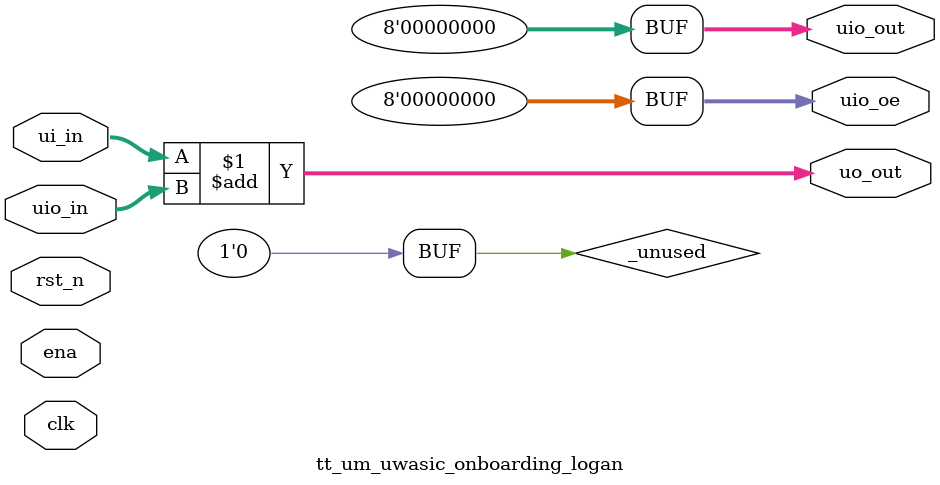
<source format=v>
/*
 * Copyright (c) 2024 Your Name
 * SPDX-License-Identifier: Apache-2.0
 */

`default_nettype none

module tt_um_uwasic_onboarding_logan (
    input  wire [7:0] ui_in,    // Dedicated inputs
    output wire [7:0] uo_out,   // Dedicated outputs
    input  wire [7:0] uio_in,   // IOs: Input path
    output wire [7:0] uio_out,  // IOs: Output path
    output wire [7:0] uio_oe,   // IOs: Enable path (active high: 0=input, 1=output)
    input  wire       ena,      // always 1 when the design is powered, so you can ignore it
    input  wire       clk,      // clock
    input  wire       rst_n     // reset_n - low to reset
);

  // All output pins must be assigned. If not used, assign to 0.
  assign uo_out  = ui_in + uio_in;  // Example: ou_out is the sum of ui_in and uio_in
  assign uio_out = 0;
  assign uio_oe  = 0;

  // List all unused inputs to prevent warnings
  wire _unused = &{ena, clk, rst_n, 1'b0};

endmodule

</source>
